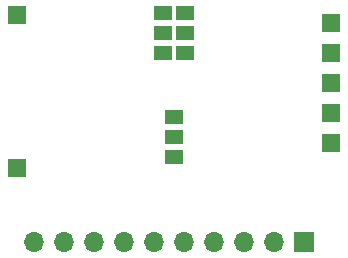
<source format=gbs>
G04 #@! TF.GenerationSoftware,KiCad,Pcbnew,(5.99.0-6951-g72beaf1538)*
G04 #@! TF.CreationDate,2020-12-13T17:26:36+11:00*
G04 #@! TF.ProjectId,ATM90E26_Breakout,41544d39-3045-4323-965f-427265616b6f,rev?*
G04 #@! TF.SameCoordinates,Original*
G04 #@! TF.FileFunction,Soldermask,Bot*
G04 #@! TF.FilePolarity,Negative*
%FSLAX46Y46*%
G04 Gerber Fmt 4.6, Leading zero omitted, Abs format (unit mm)*
G04 Created by KiCad (PCBNEW (5.99.0-6951-g72beaf1538)) date 2020-12-13 17:26:36*
%MOMM*%
%LPD*%
G01*
G04 APERTURE LIST*
%ADD10R,1.700000X1.700000*%
%ADD11O,1.700000X1.700000*%
%ADD12R,1.500000X1.500000*%
%ADD13R,1.500000X1.300000*%
G04 APERTURE END LIST*
D10*
X159893000Y-116556000D03*
D11*
X157353000Y-116556000D03*
X154813000Y-116556000D03*
X152273000Y-116556000D03*
X149733000Y-116556000D03*
X147193000Y-116556000D03*
X144653000Y-116556000D03*
X142113000Y-116556000D03*
X139573000Y-116556000D03*
X137033000Y-116556000D03*
D12*
X162128000Y-105634000D03*
X162128000Y-100554000D03*
X162128000Y-108174000D03*
X162128000Y-103094000D03*
X162128000Y-98013600D03*
X135585000Y-97378600D03*
X135585000Y-110333000D03*
D13*
X147904000Y-97202600D03*
X147904000Y-98902600D03*
X147904000Y-100602600D03*
X149809000Y-100602600D03*
X149809000Y-98902600D03*
X149809000Y-97202600D03*
X148844000Y-105996000D03*
X148844000Y-107696000D03*
X148844000Y-109396000D03*
M02*

</source>
